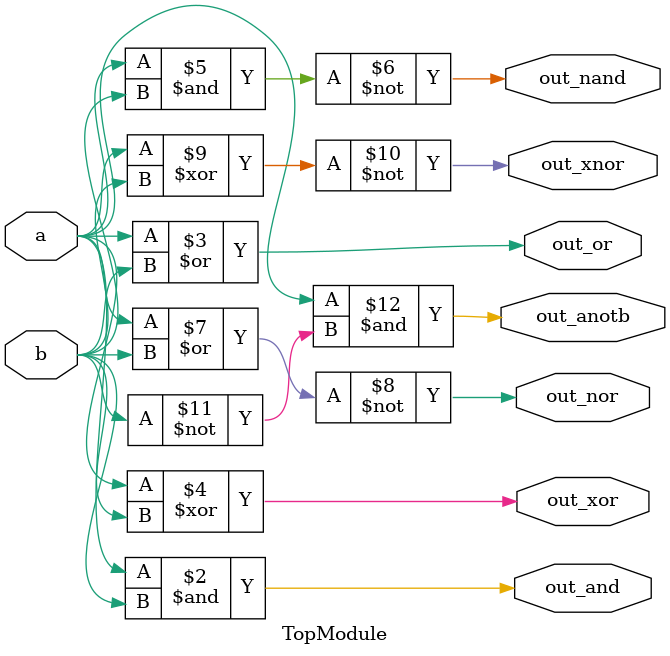
<source format=sv>
module TopModule (
    input logic a,
    input logic b,
    output logic out_and,
    output logic out_or,
    output logic out_xor,
    output logic out_nand,
    output logic out_nor,
    output logic out_xnor,
    output logic out_anotb
);

    // Combinational logic for the outputs based on inputs a and b
    always @(*) begin
        out_and = a & b;           // AND operation
        out_or = a | b;            // OR operation
        out_xor = a ^ b;           // XOR operation
        out_nand = ~(a & b);       // NAND operation
        out_nor = ~(a | b);        // NOR operation
        out_xnor = ~(a ^ b);       // XNOR operation
        out_anotb = a & ~b;        // AND NOT operation
    end

endmodule

// VERILOG-EVAL: response did not use [BEGIN]/[DONE] correctly
</source>
